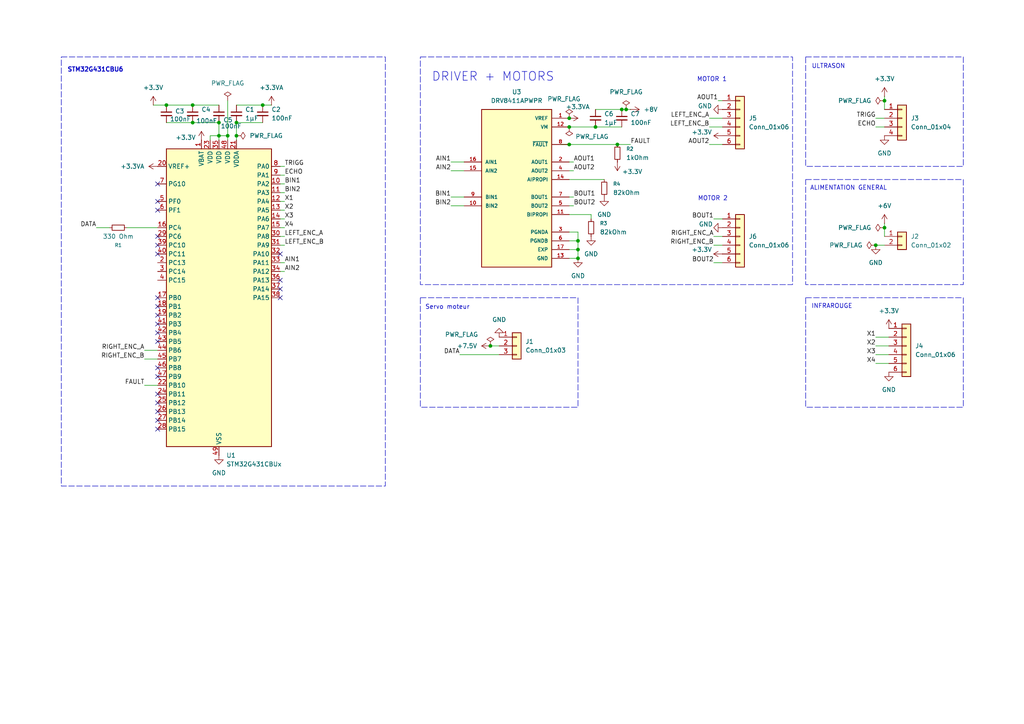
<source format=kicad_sch>
(kicad_sch (version 20250114) (generator "eeschema") (generator_version "9.0")
  (paper "A4")
  (title_block (title "Schématique_SPIP") (date "09/02/2026") (rev "1.1") (company "ENSEA"))
  (lib_symbols
    (symbol "Connector_Generic:Conn_01x02" (pin_names (offset 1.016) (hide yes))
      (property "Reference" "J" (at 0 2.54 0))
      (property "Value" "Conn_01x02" (at 0 -5.08 0))
      (symbol "Conn_01x02_1_1"
        (rectangle (start -1.27 1.27) (end 1.27 -3.81) (stroke (width 0.254)) (fill (type background)))
        (rectangle (start -1.27 0.127) (end 0 -0.127) (stroke (width 0.1524)))
        (rectangle (start -1.27 -2.413) (end 0 -2.667) (stroke (width 0.1524)))
        (pin passive line (at -5.08 0 0) (length 3.81) (name "Pin_1") (number "1"))
        (pin passive line (at -5.08 -2.54 0) (length 3.81) (name "Pin_2") (number "2"))
      )
    )
    (symbol "Connector_Generic:Conn_01x03" (pin_names (offset 1.016) (hide yes))
      (property "Reference" "J" (at 0 5.08 0))
      (property "Value" "Conn_01x03" (at 0 -5.08 0))
      (symbol "Conn_01x03_1_1"
        (rectangle (start -1.27 3.81) (end 1.27 -3.81) (stroke (width 0.254)) (fill (type background)))
        (rectangle (start -1.27 2.667) (end 0 2.413) (stroke (width 0.1524)))
        (rectangle (start -1.27 0.127) (end 0 -0.127) (stroke (width 0.1524)))
        (rectangle (start -1.27 -2.413) (end 0 -2.667) (stroke (width 0.1524)))
        (pin passive line (at -5.08 2.54 0) (length 3.81) (name "Pin_1") (number "1"))
        (pin passive line (at -5.08 0 0) (length 3.81) (name "Pin_2") (number "2"))
        (pin passive line (at -5.08 -2.54 0) (length 3.81) (name "Pin_3") (number "3"))
      )
    )
    (symbol "Connector_Generic:Conn_01x04" (pin_names (offset 1.016) (hide yes))
      (property "Reference" "J" (at 0 5.08 0))
      (property "Value" "Conn_01x04" (at 0 -7.62 0))
      (symbol "Conn_01x04_1_1"
        (rectangle (start -1.27 3.81) (end 1.27 -6.35) (stroke (width 0.254)) (fill (type background)))
        (rectangle (start -1.27 2.667) (end 0 2.413) (stroke (width 0.1524)))
        (rectangle (start -1.27 0.127) (end 0 -0.127) (stroke (width 0.1524)))
        (rectangle (start -1.27 -2.413) (end 0 -2.667) (stroke (width 0.1524)))
        (rectangle (start -1.27 -4.953) (end 0 -5.207) (stroke (width 0.1524)))
        (pin passive line (at -5.08 2.54 0) (length 3.81) (name "Pin_1") (number "1"))
        (pin passive line (at -5.08 0 0) (length 3.81) (name "Pin_2") (number "2"))
        (pin passive line (at -5.08 -2.54 0) (length 3.81) (name "Pin_3") (number "3"))
        (pin passive line (at -5.08 -5.08 0) (length 3.81) (name "Pin_4") (number "4"))
      )
    )
    (symbol "Connector_Generic:Conn_01x06" (pin_names (offset 1.016) (hide yes))
      (property "Reference" "J" (at 0 7.62 0))
      (property "Value" "Conn_01x06" (at 0 -10.16 0))
      (symbol "Conn_01x06_1_1"
        (rectangle (start -1.27 6.35) (end 1.27 -8.89) (stroke (width 0.254)) (fill (type background)))
        (rectangle (start -1.27 5.207) (end 0 4.953) (stroke (width 0.1524)))
        (rectangle (start -1.27 2.667) (end 0 2.413) (stroke (width 0.1524)))
        (rectangle (start -1.27 0.127) (end 0 -0.127) (stroke (width 0.1524)))
        (rectangle (start -1.27 -2.413) (end 0 -2.667) (stroke (width 0.1524)))
        (rectangle (start -1.27 -4.953) (end 0 -5.207) (stroke (width 0.1524)))
        (rectangle (start -1.27 -7.493) (end 0 -7.747) (stroke (width 0.1524)))
        (pin passive line (at -5.08 5.08 0) (length 3.81) (name "Pin_1") (number "1"))
        (pin passive line (at -5.08 2.54 0) (length 3.81) (name "Pin_2") (number "2"))
        (pin passive line (at -5.08 0 0) (length 3.81) (name "Pin_3") (number "3"))
        (pin passive line (at -5.08 -2.54 0) (length 3.81) (name "Pin_4") (number "4"))
        (pin passive line (at -5.08 -5.08 0) (length 3.81) (name "Pin_5") (number "5"))
        (pin passive line (at -5.08 -7.62 0) (length 3.81) (name "Pin_6") (number "6"))
      )
    )
    (symbol "DRV8411A:DRV8411APWPR" (pin_names (offset 1.016))
      (property "Reference" "U" (at -10.16 25.4 0))
      (property "Value" "DRV8411APWPR" (at -10.16 -25.4 0))
      (symbol "DRV8411APWPR_0_0"
        (rectangle (start -10.16 -22.86) (end 10.16 22.86) (stroke (width 0.254)) (fill (type background)))
        (pin input line (at -15.24 7.62 0) (length 5.08) (name "AIN1") (number "16"))
        (pin input line (at -15.24 5.08 0) (length 5.08) (name "AIN2") (number "15"))
        (pin input line (at -15.24 -2.54 0) (length 5.08) (name "BIN1") (number "9"))
        (pin input line (at -15.24 -5.08 0) (length 5.08) (name "BIN2") (number "10"))
        (pin power_in line (at 15.24 20.32 180) (length 5.08) (name "VREF") (number "1"))
        (pin power_in line (at 15.24 17.78 180) (length 5.08) (name "VM") (number "12"))
        (pin output line (at 15.24 12.7 180) (length 5.08) (name "~{FAULT}") (number "8"))
        (pin output line (at 15.24 7.62 180) (length 5.08) (name "AOUT1") (number "2"))
        (pin output line (at 15.24 5.08 180) (length 5.08) (name "AOUT2") (number "4"))
        (pin output line (at 15.24 2.54 180) (length 5.08) (name "AIPROPI") (number "14"))
        (pin output line (at 15.24 -2.54 180) (length 5.08) (name "BOUT1") (number "7"))
        (pin output line (at 15.24 -5.08 180) (length 5.08) (name "BOUT2") (number "5"))
        (pin output line (at 15.24 -7.62 180) (length 5.08) (name "BIPROPI") (number "11"))
        (pin power_in line (at 15.24 -12.7 180) (length 5.08) (name "PGNDA") (number "3"))
        (pin power_in line (at 15.24 -15.24 180) (length 5.08) (name "PGNDB") (number "6"))
        (pin passive line (at 15.24 -17.78 180) (length 5.08) (name "EXP") (number "17"))
        (pin power_in line (at 15.24 -20.32 180) (length 5.08) (name "GND") (number "13"))
      )
    )
    (symbol "Device:C_Small" (pin_numbers (hide yes)) (pin_names (offset 0.254) (hide yes))
      (property "Reference" "C" (at 0.254 1.778 0))
      (property "Value" "C_Small" (at 0.254 -2.032 0))
      (symbol "C_Small_0_1"
        (polyline (pts (xy -1.524 0.508) (xy 1.524 0.508)) (stroke (width 0.3048)))
        (polyline (pts (xy -1.524 -0.508) (xy 1.524 -0.508)) (stroke (width 0.3302)))
      )
      (symbol "C_Small_1_1"
        (pin passive line (at 0 2.54 270) (length 2.032) (name "~") (number "1"))
        (pin passive line (at 0 -2.54 90) (length 2.032) (name "~") (number "2"))
      )
    )
    (symbol "Device:R_Small" (pin_numbers (hide yes)) (pin_names (offset 0.254) (hide yes))
      (property "Reference" "R" (at 0 0 90))
      (property "Value" "R_Small" (at 1.778 0 90))
      (symbol "R_Small_0_1"
        (rectangle (start -0.762 1.778) (end 0.762 -1.778) (stroke (width 0.2032)))
      )
      (symbol "R_Small_1_1"
        (pin passive line (at 0 2.54 270) (length 0.762) (name "~") (number "1"))
        (pin passive line (at 0 -2.54 90) (length 0.762) (name "~") (number "2"))
      )
    )
    (symbol "MCU_ST_STM32G4:STM32G431CBUx"
      (property "Reference" "U" (at -15.24 44.45 0))
      (property "Value" "STM32G431CBUx" (at 7.62 44.45 0))
      (symbol "STM32G431CBUx_0_1"
        (rectangle (start -15.24 -43.18) (end 15.24 43.18) (stroke (width 0.254)) (fill (type background)))
      )
      (symbol "STM32G431CBUx_1_1"
        (pin input line (at -17.78 38.1 0) (length 2.54) (name "VREF+") (number "20"))
        (pin bidirectional line (at -17.78 33.02 0) (length 2.54) (name "PG10") (number "7"))
        (pin bidirectional line (at -17.78 27.94 0) (length 2.54) (name "PF0") (number "5"))
        (pin bidirectional line (at -17.78 25.4 0) (length 2.54) (name "PF1") (number "6"))
        (pin bidirectional line (at -17.78 20.32 0) (length 2.54) (name "PC4") (number "16"))
        (pin bidirectional line (at -17.78 17.78 0) (length 2.54) (name "PC6") (number "29"))
        (pin bidirectional line (at -17.78 15.24 0) (length 2.54) (name "PC10") (number "39"))
        (pin bidirectional line (at -17.78 12.7 0) (length 2.54) (name "PC11") (number "40"))
        (pin bidirectional line (at -17.78 10.16 0) (length 2.54) (name "PC13") (number "2"))
        (pin bidirectional line (at -17.78 7.62 0) (length 2.54) (name "PC14") (number "3"))
        (pin bidirectional line (at -17.78 5.08 0) (length 2.54) (name "PC15") (number "4"))
        (pin bidirectional line (at -17.78 0 0) (length 2.54) (name "PB0") (number "17"))
        (pin bidirectional line (at -17.78 -2.54 0) (length 2.54) (name "PB1") (number "18"))
        (pin bidirectional line (at -17.78 -5.08 0) (length 2.54) (name "PB2") (number "19"))
        (pin bidirectional line (at -17.78 -7.62 0) (length 2.54) (name "PB3") (number "41"))
        (pin bidirectional line (at -17.78 -10.16 0) (length 2.54) (name "PB4") (number "42"))
        (pin bidirectional line (at -17.78 -12.7 0) (length 2.54) (name "PB5") (number "43"))
        (pin bidirectional line (at -17.78 -15.24 0) (length 2.54) (name "PB6") (number "44"))
        (pin bidirectional line (at -17.78 -17.78 0) (length 2.54) (name "PB7") (number "45"))
        (pin bidirectional line (at -17.78 -20.32 0) (length 2.54) (name "PB8") (number "46"))
        (pin bidirectional line (at -17.78 -22.86 0) (length 2.54) (name "PB9") (number "47"))
        (pin bidirectional line (at -17.78 -25.4 0) (length 2.54) (name "PB10") (number "22"))
        (pin bidirectional line (at -17.78 -27.94 0) (length 2.54) (name "PB11") (number "24"))
        (pin bidirectional line (at -17.78 -30.48 0) (length 2.54) (name "PB12") (number "25"))
        (pin bidirectional line (at -17.78 -33.02 0) (length 2.54) (name "PB13") (number "26"))
        (pin bidirectional line (at -17.78 -35.56 0) (length 2.54) (name "PB14") (number "27"))
        (pin bidirectional line (at -17.78 -38.1 0) (length 2.54) (name "PB15") (number "28"))
        (pin power_in line (at -5.08 45.72 270) (length 2.54) (name "VBAT") (number "1"))
        (pin power_in line (at -2.54 45.72 270) (length 2.54) (name "VDD") (number "23"))
        (pin power_in line (at 0 45.72 270) (length 2.54) (name "VDD") (number "35"))
        (pin power_in line (at 0 -45.72 90) (length 2.54) (name "VSS") (number "49"))
        (pin power_in line (at 2.54 45.72 270) (length 2.54) (name "VDD") (number "48"))
        (pin power_in line (at 5.08 45.72 270) (length 2.54) (name "VDDA") (number "21"))
        (pin bidirectional line (at 17.78 38.1 180) (length 2.54) (name "PA0") (number "8"))
        (pin bidirectional line (at 17.78 35.56 180) (length 2.54) (name "PA1") (number "9"))
        (pin bidirectional line (at 17.78 33.02 180) (length 2.54) (name "PA2") (number "10"))
        (pin bidirectional line (at 17.78 30.48 180) (length 2.54) (name "PA3") (number "11"))
        (pin bidirectional line (at 17.78 27.94 180) (length 2.54) (name "PA4") (number "12"))
        (pin bidirectional line (at 17.78 25.4 180) (length 2.54) (name "PA5") (number "13"))
        (pin bidirectional line (at 17.78 22.86 180) (length 2.54) (name "PA6") (number "14"))
        (pin bidirectional line (at 17.78 20.32 180) (length 2.54) (name "PA7") (number "15"))
        (pin bidirectional line (at 17.78 17.78 180) (length 2.54) (name "PA8") (number "30"))
        (pin bidirectional line (at 17.78 15.24 180) (length 2.54) (name "PA9") (number "31"))
        (pin bidirectional line (at 17.78 12.7 180) (length 2.54) (name "PA10") (number "32"))
        (pin bidirectional line (at 17.78 10.16 180) (length 2.54) (name "PA11") (number "33"))
        (pin bidirectional line (at 17.78 7.62 180) (length 2.54) (name "PA12") (number "34"))
        (pin bidirectional line (at 17.78 5.08 180) (length 2.54) (name "PA13") (number "36"))
        (pin bidirectional line (at 17.78 2.54 180) (length 2.54) (name "PA14") (number "37"))
        (pin bidirectional line (at 17.78 0 180) (length 2.54) (name "PA15") (number "38"))
      )
    )
    (symbol "power:+3.3V" (power) (pin_numbers (hide yes)) (pin_names (offset 0) (hide yes))
      (property "Value" "+3.3V" (at 0 3.556 0))
      (symbol "+3.3V_0_1"
        (polyline (pts (xy -0.762 1.27) (xy 0 2.54)))
        (polyline (pts (xy 0 2.54) (xy 0.762 1.27)))
        (polyline (pts (xy 0 0) (xy 0 2.54)))
      )
      (symbol "+3.3V_1_1"
        (pin power_in line (at 0 0 90) (length 0) (name "~") (number "1"))
      )
    )
    (symbol "power:+3.3VA" (power) (pin_numbers (hide yes)) (pin_names (offset 0) (hide yes))
      (property "Value" "+3.3VA" (at 0 3.556 0))
      (symbol "+3.3VA_0_1"
        (polyline (pts (xy -0.762 1.27) (xy 0 2.54)))
        (polyline (pts (xy 0 2.54) (xy 0.762 1.27)))
        (polyline (pts (xy 0 0) (xy 0 2.54)))
      )
      (symbol "+3.3VA_1_1"
        (pin power_in line (at 0 0 90) (length 0) (name "~") (number "1"))
      )
    )
    (symbol "power:+6V" (power) (pin_numbers (hide yes)) (pin_names (offset 0) (hide yes))
      (property "Value" "+6V" (at 0 3.556 0))
      (symbol "+6V_0_1"
        (polyline (pts (xy -0.762 1.27) (xy 0 2.54)))
        (polyline (pts (xy 0 2.54) (xy 0.762 1.27)))
        (polyline (pts (xy 0 0) (xy 0 2.54)))
      )
      (symbol "+6V_1_1"
        (pin power_in line (at 0 0 90) (length 0) (name "~") (number "1"))
      )
    )
    (symbol "power:+7.5V" (power) (pin_numbers (hide yes)) (pin_names (offset 0) (hide yes))
      (property "Value" "+7.5V" (at 0 3.556 0))
      (symbol "+7.5V_0_1"
        (polyline (pts (xy -0.762 1.27) (xy 0 2.54)))
        (polyline (pts (xy 0 2.54) (xy 0.762 1.27)))
        (polyline (pts (xy 0 0) (xy 0 2.54)))
      )
      (symbol "+7.5V_1_1"
        (pin power_in line (at 0 0 90) (length 0) (name "~") (number "1"))
      )
    )
    (symbol "power:+8V" (power) (pin_numbers (hide yes)) (pin_names (offset 0) (hide yes))
      (property "Value" "+8V" (at 0 3.556 0))
      (symbol "+8V_0_1"
        (polyline (pts (xy -0.762 1.27) (xy 0 2.54)))
        (polyline (pts (xy 0 2.54) (xy 0.762 1.27)))
        (polyline (pts (xy 0 0) (xy 0 2.54)))
      )
      (symbol "+8V_1_1"
        (pin power_in line (at 0 0 90) (length 0) (name "~") (number "1"))
      )
    )
    (symbol "power:GND" (power) (pin_numbers (hide yes)) (pin_names (offset 0) (hide yes))
      (property "Value" "GND" (at 0 -3.81 0))
      (symbol "GND_0_1"
        (polyline (pts (xy 0 0) (xy 0 -1.27) (xy 1.27 -1.27) (xy 0 -2.54) (xy -1.27 -1.27) (xy 0 -1.27)))
      )
      (symbol "GND_1_1"
        (pin power_in line (at 0 0 270) (length 0) (name "~") (number "1"))
      )
    )
    (symbol "power:PWR_FLAG" (power) (pin_numbers (hide yes)) (pin_names (offset 0) (hide yes))
      (property "Value" "PWR_FLAG" (at 0 3.81 0))
      (symbol "PWR_FLAG_0_0"
        (pin power_out line (at 0 0 90) (length 0) (name "~") (number "1"))
      )
      (symbol "PWR_FLAG_0_1"
        (polyline (pts (xy 0 0) (xy 0 1.27) (xy -1.016 1.905) (xy 0 2.54) (xy 1.016 1.905) (xy 0 1.27)))
      )
    )
  )
  (rectangle (start 233.68 16.51) (end 279.4 48.26) (stroke (width 0) (type dash)))
  (rectangle (start 121.92 16.51) (end 229.87 82.55) (stroke (width 0) (type dash)))
  (rectangle (start 121.92 86.36) (end 167.64 118.11) (stroke (width 0) (type dash)))
  (rectangle (start 17.78 16.51) (end 111.76 140.97) (stroke (width 0) (type dash)))
  (rectangle (start 233.68 52.07) (end 279.4 82.55) (stroke (width 0) (type dash)))
  (rectangle (start 233.68 86.36) (end 279.4 118.11) (stroke (width 0) (type dash)))
  (text "DRIVER + MOTORS" (at 143.002 22.352 0) (effects (font (size 2.54 2.54))))
  (text "Servo moteur\n" (at 129.794 89.154 0) (effects (font (size 1.27 1.27))))
  (text "STM32G431CBU6" (at 27.686 20.32 0) (effects (font (size 1.27 1.27) (thickness 0.254) (bold yes))))
  (text "MOTOR 1" (at 206.502 23.114 0) (effects (font (size 1.27 1.27))))
  (text "ULTRASON" (at 240.284 19.304 0) (effects (font (size 1.27 1.27))))
  (text "ALIMENTATION GENERAL" (at 246.126 54.61 0) (effects (font (size 1.27 1.27))))
  (text "INFRAROUGE" (at 241.3 88.9 0) (effects (font (size 1.27 1.27))))
  (text "MOTOR 2" (at 206.756 57.658 0) (effects (font (size 1.27 1.27))))
  (junction (at 55.88 35.56))
  (junction (at 165.1 34.29))
  (junction (at 167.64 72.39))
  (junction (at 256.54 66.04))
  (junction (at 68.58 39.37))
  (junction (at 165.1 41.91))
  (junction (at 254 71.12))
  (junction (at 63.5 35.56))
  (junction (at 63.5 39.37))
  (junction (at 256.54 29.21))
  (junction (at 181.61 31.75))
  (junction (at 167.64 74.93))
  (junction (at 48.26 30.48))
  (junction (at 172.72 36.83))
  (junction (at 55.88 30.48))
  (junction (at 142.24 100.33))
  (junction (at 165.1 36.83))
  (junction (at 76.2 30.48))
  (junction (at 68.58 35.56))
  (junction (at 66.04 39.37))
  (junction (at 167.64 69.85))
  (junction (at 180.34 31.75))
  (junction (at 179.07 41.91))
  (no_connect (at 45.72 58.42))
  (no_connect (at 45.72 124.46))
  (no_connect (at 45.72 93.98))
  (no_connect (at 45.72 68.58))
  (no_connect (at 81.28 86.36))
  (no_connect (at 45.72 119.38))
  (no_connect (at 45.72 88.9))
  (no_connect (at 45.72 106.68))
  (no_connect (at 45.72 96.52))
  (no_connect (at 45.72 71.12))
  (no_connect (at 45.72 99.06))
  (no_connect (at 81.28 81.28))
  (no_connect (at 45.72 109.22))
  (no_connect (at 81.28 73.66))
  (no_connect (at 45.72 53.34))
  (no_connect (at 45.72 60.96))
  (no_connect (at 45.72 86.36))
  (no_connect (at 45.72 121.92))
  (no_connect (at 45.72 114.3))
  (no_connect (at 45.72 91.44))
  (no_connect (at 81.28 83.82))
  (no_connect (at 45.72 73.66))
  (no_connect (at 45.72 116.84))
  (wire (pts (xy 166.37 46.99) (xy 165.1 46.99)))
  (wire (pts (xy 181.61 31.75) (xy 182.88 31.75)))
  (wire (pts (xy 254 34.29) (xy 256.54 34.29)))
  (wire (pts (xy 68.58 30.48) (xy 76.2 30.48)))
  (wire (pts (xy 63.5 39.37) (xy 63.5 40.64)))
  (wire (pts (xy 82.55 55.88) (xy 81.28 55.88)))
  (wire (pts (xy 165.1 69.85) (xy 167.64 69.85)))
  (wire (pts (xy 82.55 53.34) (xy 81.28 53.34)))
  (wire (pts (xy 165.1 36.83) (xy 172.72 36.83)))
  (wire (pts (xy 207.01 76.2) (xy 209.55 76.2)))
  (wire (pts (xy 208.28 29.21) (xy 209.55 29.21)))
  (wire (pts (xy 254 100.33) (xy 257.81 100.33)))
  (wire (pts (xy 165.1 62.23) (xy 171.45 62.23)))
  (wire (pts (xy 167.64 74.93) (xy 165.1 74.93)))
  (wire (pts (xy 130.81 49.53) (xy 134.62 49.53)))
  (wire (pts (xy 205.74 34.29) (xy 209.55 34.29)))
  (wire (pts (xy 207.01 63.5) (xy 209.55 63.5)))
  (wire (pts (xy 166.37 57.15) (xy 165.1 57.15)))
  (wire (pts (xy 175.26 52.07) (xy 165.1 52.07)))
  (wire (pts (xy 207.01 68.58) (xy 209.55 68.58)))
  (wire (pts (xy 166.37 49.53) (xy 165.1 49.53)))
  (wire (pts (xy 55.88 30.48) (xy 63.5 30.48)))
  (wire (pts (xy 133.35 102.87) (xy 144.78 102.87)))
  (wire (pts (xy 82.55 48.26) (xy 81.28 48.26)))
  (wire (pts (xy 165.1 72.39) (xy 167.64 72.39)))
  (wire (pts (xy 130.81 59.69) (xy 134.62 59.69)))
  (wire (pts (xy 82.55 71.12) (xy 81.28 71.12)))
  (wire (pts (xy 41.91 111.76) (xy 45.72 111.76)))
  (wire (pts (xy 66.04 39.37) (xy 63.5 39.37)))
  (wire (pts (xy 66.04 29.21) (xy 66.04 39.37)))
  (wire (pts (xy 254 105.41) (xy 257.81 105.41)))
  (wire (pts (xy 182.88 41.91) (xy 179.07 41.91)))
  (wire (pts (xy 44.45 30.48) (xy 48.26 30.48)))
  (wire (pts (xy 162.56 41.91) (xy 165.1 41.91)))
  (wire (pts (xy 82.55 78.74) (xy 81.28 78.74)))
  (wire (pts (xy 31.75 66.04) (xy 27.94 66.04)))
  (wire (pts (xy 172.72 36.83) (xy 180.34 36.83)))
  (wire (pts (xy 167.64 67.31) (xy 167.64 69.85)))
  (wire (pts (xy 82.55 60.96) (xy 81.28 60.96)))
  (wire (pts (xy 130.81 57.15) (xy 134.62 57.15)))
  (wire (pts (xy 82.55 58.42) (xy 81.28 58.42)))
  (wire (pts (xy 60.96 39.37) (xy 63.5 39.37)))
  (wire (pts (xy 205.74 36.83) (xy 209.55 36.83)))
  (wire (pts (xy 41.91 104.14) (xy 45.72 104.14)))
  (wire (pts (xy 254 71.12) (xy 256.54 71.12)))
  (wire (pts (xy 76.2 30.48) (xy 78.74 30.48)))
  (wire (pts (xy 256.54 66.04) (xy 256.54 68.58)))
  (wire (pts (xy 180.34 31.75) (xy 181.61 31.75)))
  (wire (pts (xy 256.54 29.21) (xy 256.54 31.75)))
  (wire (pts (xy 254 102.87) (xy 257.81 102.87)))
  (wire (pts (xy 68.58 35.56) (xy 68.58 39.37)))
  (wire (pts (xy 167.64 69.85) (xy 167.64 72.39)))
  (wire (pts (xy 82.55 63.5) (xy 81.28 63.5)))
  (wire (pts (xy 166.37 59.69) (xy 165.1 59.69)))
  (wire (pts (xy 171.45 62.23) (xy 171.45 63.5)))
  (wire (pts (xy 68.58 35.56) (xy 76.2 35.56)))
  (wire (pts (xy 179.07 41.91) (xy 165.1 41.91)))
  (wire (pts (xy 207.01 71.12) (xy 209.55 71.12)))
  (wire (pts (xy 55.88 35.56) (xy 63.5 35.56)))
  (wire (pts (xy 142.24 100.33) (xy 144.78 100.33)))
  (wire (pts (xy 167.64 72.39) (xy 167.64 74.93)))
  (wire (pts (xy 48.26 30.48) (xy 55.88 30.48)))
  (wire (pts (xy 60.96 40.64) (xy 60.96 39.37)))
  (wire (pts (xy 82.55 76.2) (xy 81.28 76.2)))
  (wire (pts (xy 45.72 66.04) (xy 36.83 66.04)))
  (wire (pts (xy 63.5 35.56) (xy 63.5 39.37)))
  (wire (pts (xy 41.91 101.6) (xy 45.72 101.6)))
  (wire (pts (xy 130.81 46.99) (xy 134.62 46.99)))
  (wire (pts (xy 254 97.79) (xy 257.81 97.79)))
  (wire (pts (xy 205.74 41.91) (xy 209.55 41.91)))
  (wire (pts (xy 82.55 66.04) (xy 81.28 66.04)))
  (wire (pts (xy 172.72 31.75) (xy 180.34 31.75)))
  (wire (pts (xy 254 36.83) (xy 256.54 36.83)))
  (wire (pts (xy 82.55 68.58) (xy 81.28 68.58)))
  (wire (pts (xy 66.04 40.64) (xy 66.04 39.37)))
  (wire (pts (xy 256.54 64.77) (xy 256.54 66.04)))
  (wire (pts (xy 256.54 27.94) (xy 256.54 29.21)))
  (wire (pts (xy 165.1 67.31) (xy 167.64 67.31)))
  (wire (pts (xy 68.58 39.37) (xy 68.58 40.64)))
  (wire (pts (xy 48.26 35.56) (xy 55.88 35.56)))
  (wire (pts (xy 82.55 50.8) (xy 81.28 50.8)))
  (label "RIGHT_ENC_B" (at 41.91 104.14 180))
  (label "AIN1" (at 82.55 76.2 0))
  (label "LEFT_ENC_B" (at 82.55 71.12 0))
  (label "BOUT1" (at 166.37 57.15 0))
  (label "BOUT2" (at 207.01 76.2 180))
  (label "RIGHT_ENC_B" (at 207.01 71.12 180))
  (label "BIN2" (at 130.81 59.69 180))
  (label "BOUT2" (at 166.37 59.69 0))
  (label "FAULT" (at 182.88 41.91 0))
  (label "X4" (at 254 105.41 180))
  (label "TRIGG" (at 82.55 48.26 0))
  (label "AIN2" (at 82.55 78.74 0))
  (label "ECHO" (at 82.55 50.8 0))
  (label "RIGHT_ENC_A" (at 207.01 68.58 180))
  (label "AIN2" (at 130.81 49.53 180))
  (label "AIN1" (at 130.81 46.99 180))
  (label "X2" (at 82.55 60.96 0))
  (label "X1" (at 254 97.79 180))
  (label "TRIGG" (at 254 34.29 180))
  (label "DATA" (at 133.35 102.87 180))
  (label "LEFT_ENC_A" (at 82.55 68.58 0))
  (label "BIN1" (at 130.81 57.15 180))
  (label "X1" (at 82.55 58.42 0))
  (label "DATA" (at 27.94 66.04 180))
  (label "LEFT_ENC_A" (at 205.74 34.29 180))
  (label "X4" (at 82.55 66.04 0))
  (label "BOUT1" (at 207.01 63.5 180))
  (label "AOUT2" (at 166.37 49.53 0))
  (label "AOUT2" (at 205.74 41.91 180))
  (label "AOUT1" (at 208.28 29.21 180))
  (label "FAULT" (at 41.91 111.76 180))
  (label "LEFT_ENC_B" (at 205.74 36.83 180))
  (label "X2" (at 254 100.33 180))
  (label "X3" (at 82.55 63.5 0))
  (label "ECHO" (at 254 36.83 180))
  (label "BIN2" (at 82.55 55.88 0))
  (label "BIN1" (at 82.55 53.34 0))
  (label "RIGHT_ENC_A" (at 41.91 101.6 180))
  (label "AOUT1" (at 166.37 46.99 0))
  (label "X3" (at 254 102.87 180))
  (symbol (lib_id "MCU_ST_STM32G4:STM32G431CBUx") (at 63.5 86.36 0) (unit 1)
    (property "Reference" "U1" (at 65.6433 132.08 0) (effects (justify left)))
    (property "Value" "STM32G431CBUx" (at 65.6433 134.62 0) (effects (justify left)))
    (property "Footprint" "Package_DFN_QFN:QFN-48-1EP_7x7mm_P0.5mm_EP5.6x5.6mm" (effects (hide yes)))
    (property "Datasheet" "https://www.st.com/resource/en/datasheet/stm32g431cb.pdf" (effects (hide yes)))
    (property "Description" "STMicroelectronics Arm Cortex-M4 MCU, 128KB flash, 32KB RAM, 170 MHz, 1.71-3.6V, 42 GPIO, UFQFPN48" (effects (hide yes)))
  )
  (symbol (lib_id "power:PWR_FLAG") (at 66.04 29.21 0) (unit 1)
    (property "Reference" "#FLG09" (effects (hide yes)))
    (property "Value" "PWR_FLAG" (at 66.04 24.13 0))
    (property "Description" "Special symbol for telling ERC where power comes from" (effects (hide yes)))
  )
  (symbol (lib_id "Connector_Generic:Conn_01x06") (at 214.63 68.58 0) (unit 1)
    (property "Reference" "J6" (at 217.17 68.5799 0) (effects (justify left)))
    (property "Value" "Conn_01x06" (at 217.17 71.1199 0) (effects (justify left)))
    (property "Description" "Generic connector, single row, 01x06, script generated (kicad-library-utils/schlib/autogen/connector/)" (effects (hide yes)))
  )
  (symbol (lib_id "power:PWR_FLAG") (at 256.54 66.04 90) (unit 1)
    (property "Reference" "#FLG02" (effects (hide yes)))
    (property "Value" "PWR_FLAG" (at 252.73 66.0399 90) (effects (justify left)))
    (property "Description" "Special symbol for telling ERC where power comes from" (effects (hide yes)))
  )
  (symbol (lib_id "power:GND") (at 254 71.12 0) (unit 1)
    (property "Reference" "#PWR02" (effects (hide yes)))
    (property "Value" "GND" (at 254 76.2 0))
    (property "Description" "Power symbol creates a global label with name \"GND\" , ground" (effects (hide yes)))
  )
  (symbol (lib_id "Device:C_Small") (at 180.34 34.29 0) (unit 1)
    (property "Reference" "C7" (at 182.88 33.0262 0) (effects (justify left)))
    (property "Value" "100nF" (at 182.88 35.5662 0) (effects (justify left)))
    (property "Description" "Unpolarized capacitor, small symbol" (effects (hide yes)))
  )
  (symbol (lib_id "power:+6V") (at 256.54 64.77 0) (unit 1)
    (property "Reference" "#PWR01" (effects (hide yes)))
    (property "Value" "+6V" (at 256.54 59.69 0))
    (property "Description" "Power symbol creates a global label with name \"+6V\"" (effects (hide yes)))
  )
  (symbol (lib_id "power:+3.3V") (at 257.81 95.25 0) (unit 1)
    (property "Reference" "#PWR011" (effects (hide yes)))
    (property "Value" "+3.3V" (at 257.81 90.17 0))
    (property "Description" "Power symbol creates a global label with name \"+3.3V\"" (effects (hide yes)))
  )
  (symbol (lib_id "Connector_Generic:Conn_01x06") (at 262.89 100.33 0) (unit 1)
    (property "Reference" "J4" (at 265.43 100.3299 0) (effects (justify left)))
    (property "Value" "Conn_01x06" (at 265.43 102.8699 0) (effects (justify left)))
    (property "Description" "Generic connector, single row, 01x06, script generated (kicad-library-utils/schlib/autogen/connector/)" (effects (hide yes)))
  )
  (symbol (lib_id "power:PWR_FLAG") (at 254 71.12 90) (unit 1)
    (property "Reference" "#FLG03" (effects (hide yes)))
    (property "Value" "PWR_FLAG" (at 250.19 71.1199 90) (effects (justify left)))
    (property "Description" "Special symbol for telling ERC where power comes from" (effects (hide yes)))
  )
  (symbol (lib_id "power:PWR_FLAG") (at 165.1 34.29 0) (unit 1)
    (property "Reference" "#FLG06" (effects (hide yes)))
    (property "Value" "PWR_FLAG" (at 163.576 28.702 0))
    (property "Description" "Special symbol for telling ERC where power comes from" (effects (hide yes)))
  )
  (symbol (lib_id "power:+3.3V") (at 209.55 73.66 90) (unit 1)
    (property "Reference" "#PWR012" (effects (hide yes)))
    (property "Value" "+3.3V" (at 206.502 72.39 90) (effects (justify left)))
    (property "Description" "Power symbol creates a global label with name \"+3.3V\"" (effects (hide yes)))
  )
  (symbol (lib_id "power:+3.3V") (at 44.45 30.48 0) (unit 1)
    (property "Reference" "#PWR08" (effects (hide yes)))
    (property "Value" "+3.3V" (at 44.45 25.4 0))
    (property "Description" "Power symbol creates a global label with name \"+3.3V\"" (effects (hide yes)))
  )
  (symbol (lib_id "Device:C_Small") (at 76.2 33.02 0) (unit 1)
    (property "Reference" "C2" (at 78.74 31.7562 0) (effects (justify left)))
    (property "Value" "100nF" (at 78.74 34.2962 0) (effects (justify left)))
    (property "Description" "Unpolarized capacitor, small symbol" (effects (hide yes)))
  )
  (symbol (lib_id "power:GND") (at 257.81 107.95 0) (unit 1)
    (property "Reference" "#PWR06" (effects (hide yes)))
    (property "Value" "GND" (at 257.81 113.03 0))
    (property "Description" "Power symbol creates a global label with name \"GND\" , ground" (effects (hide yes)))
  )
  (symbol (lib_id "Device:C_Small") (at 55.88 33.02 0) (unit 1)
    (property "Reference" "C4" (at 58.42 31.7562 0) (effects (justify left)))
    (property "Value" "100nF" (at 56.896 35.052 0) (effects (justify left)))
    (property "Description" "Unpolarized capacitor, small symbol" (effects (hide yes)))
  )
  (symbol (lib_id "Device:R_Small") (at 175.26 54.61 0) (unit 1)
    (property "Reference" "R4" (at 177.8 53.3399 0) (effects (font (size 1.016 1.016)) (justify left)))
    (property "Value" "82kOhm" (at 177.8 55.8799 0) (effects (justify left)))
    (property "Description" "Resistor, small symbol" (effects (hide yes)))
  )
  (symbol (lib_id "power:+3.3VA") (at 165.1 34.29 270) (unit 1)
    (property "Reference" "#PWR023" (effects (hide yes)))
    (property "Value" "+3.3VA" (at 164.084 30.988 90) (effects (justify left)))
    (property "Description" "Power symbol creates a global label with name \"+3.3VA\"" (effects (hide yes)))
  )
  (symbol (lib_id "power:GND") (at 63.5 132.08 0) (unit 1)
    (property "Reference" "#PWR014" (effects (hide yes)))
    (property "Value" "GND" (at 63.5 137.16 0))
    (property "Description" "Power symbol creates a global label with name \"GND\" , ground" (effects (hide yes)))
  )
  (symbol (lib_id "power:GND") (at 209.55 66.04 270) (unit 1)
    (property "Reference" "#PWR05" (effects (hide yes)))
    (property "Value" "GND" (at 204.724 65.024 90))
    (property "Description" "Power symbol creates a global label with name \"GND\" , ground" (effects (hide yes)))
  )
  (symbol (lib_id "Device:C_Small") (at 63.5 33.02 0) (unit 1)
    (property "Reference" "C5" (at 64.77 34.798 0) (effects (justify left)))
    (property "Value" "100nF" (at 64.008 36.576 0) (effects (justify left)))
    (property "Description" "Unpolarized capacitor, small symbol" (effects (hide yes)))
  )
  (symbol (lib_id "Connector_Generic:Conn_01x04") (at 261.62 34.29 0) (unit 1)
    (property "Reference" "J3" (at 264.16 34.2899 0) (effects (justify left)))
    (property "Value" "Conn_01x04" (at 264.16 36.8299 0) (effects (justify left)))
    (property "Description" "Generic connector, single row, 01x04, script generated (kicad-library-utils/schlib/autogen/connector/)" (effects (hide yes)))
  )
  (symbol (lib_id "power:PWR_FLAG") (at 142.24 100.33 0) (unit 1)
    (property "Reference" "#FLG05" (effects (hide yes)))
    (property "Value" "PWR_FLAG" (at 133.858 97.028 0))
    (property "Description" "Special symbol for telling ERC where power comes from" (effects (hide yes)))
  )
  (symbol (lib_id "power:GND") (at 167.64 74.93 0) (unit 1)
    (property "Reference" "#PWR07" (effects (hide yes)))
    (property "Value" "GND" (at 167.64 80.01 0))
    (property "Description" "Power symbol creates a global label with name \"GND\" , ground" (effects (hide yes)))
  )
  (symbol (lib_id "power:PWR_FLAG") (at 165.1 36.83 180) (unit 1)
    (property "Reference" "#FLG07" (effects (hide yes)))
    (property "Value" "PWR_FLAG" (at 171.704 39.624 0))
    (property "Description" "Special symbol for telling ERC where power comes from" (effects (hide yes)))
  )
  (symbol (lib_id "power:GND") (at 171.45 68.58 0) (unit 1)
    (property "Reference" "#PWR018" (effects (hide yes)))
    (property "Value" "GND" (at 171.45 73.66 0))
    (property "Description" "Power symbol creates a global label with name \"GND\" , ground" (effects (hide yes)))
  )
  (symbol (lib_id "power:GND") (at 175.26 57.15 0) (unit 1)
    (property "Reference" "#PWR020" (effects (hide yes)))
    (property "Value" "GND" (at 175.26 62.23 0))
    (property "Description" "Power symbol creates a global label with name \"GND\" , ground" (effects (hide yes)))
  )
  (symbol (lib_id "DRV8411A:DRV8411APWPR") (at 149.86 54.61 0) (unit 1)
    (property "Reference" "U3" (at 149.86 26.67 0))
    (property "Value" "DRV8411APWPR" (at 149.86 29.21 0))
    (property "Footprint" "DRV8411APWPR:IC_DRV8411APWPR" (effects (hide yes)))
    (property "Datasheet" "https://github.com/DBXYD/2526_Projet1AB_SPIP/blob/master/Datasheets/Driver_DATASHEET.pdf" (effects (hide yes)))
    (property "MF" "Texas Instruments" (effects (hide yes)))
    (property "MAXIMUM_PACKAGE_HEIGHT" "1.20mm" (effects (hide yes)))
    (property "Package" "TSSOP-16 MICROSS/On Semiconductor" (effects (hide yes)))
    (property "Price" "None" (effects (hide yes)))
    (property "Check_prices" "https://www.snapeda.com/parts/DRV8411APWPR/Texas+Instruments/view-part/?ref=eda" (effects (hide yes)))
    (property "STANDARD" "Manufacturer Recommendations" (effects (hide yes)))
    (property "PARTREV" "A" (effects (hide yes)))
    (property "SnapEDA_Link" "https://www.snapeda.com/parts/DRV8411APWPR/Texas+Instruments/view-part/?ref=snap" (effects (hide yes)))
    (property "MP" "DRV8411APWPR" (effects (hide yes)))
    (property "Description_1" "1.65-V to 11-V, 4-A dual H-bridge motor driver with IPROPI current regulation" (effects (hide yes)))
    (property "Availability" "In Stock" (effects (hide yes)))
    (property "MANUFACTURER" "Texas Instruments" (effects (hide yes)))
  )
  (symbol (lib_id "power:+3.3V") (at 209.55 39.37 90) (unit 1)
    (property "Reference" "#PWR013" (effects (hide yes)))
    (property "Value" "+3.3V" (at 206.502 38.354 90) (effects (justify left)))
    (property "Description" "Power symbol creates a global label with name \"+3.3V\"" (effects (hide yes)))
  )
  (symbol (lib_id "power:PWR_FLAG") (at 181.61 31.75 0) (unit 1)
    (property "Reference" "#FLG04" (effects (hide yes)))
    (property "Value" "PWR_FLAG" (at 181.61 26.67 0))
    (property "Description" "Special symbol for telling ERC where power comes from" (effects (hide yes)))
  )
  (symbol (lib_id "power:PWR_FLAG") (at 256.54 29.21 90) (unit 1)
    (property "Reference" "#FLG01" (effects (hide yes)))
    (property "Value" "PWR_FLAG" (at 252.73 29.2099 90) (effects (justify left)))
    (property "Description" "Special symbol for telling ERC where power comes from" (effects (hide yes)))
  )
  (symbol (lib_id "power:+3.3V") (at 256.54 27.94 0) (unit 1)
    (property "Reference" "#PWR010" (effects (hide yes)))
    (property "Value" "+3.3V" (at 256.54 22.86 0))
    (property "Description" "Power symbol creates a global label with name \"+3.3V\"" (effects (hide yes)))
  )
  (symbol (lib_id "Device:R_Small") (at 171.45 66.04 0) (unit 1)
    (property "Reference" "R3" (at 173.99 64.7699 0) (effects (font (size 1.016 1.016)) (justify left)))
    (property "Value" "82kOhm" (at 173.99 67.3099 0) (effects (justify left)))
    (property "Description" "Resistor, small symbol" (effects (hide yes)))
  )
  (symbol (lib_id "power:GND") (at 144.78 97.79 180) (unit 1)
    (property "Reference" "#PWR015" (effects (hide yes)))
    (property "Value" "GND" (at 144.78 92.71 0))
    (property "Description" "Power symbol creates a global label with name \"GND\" , ground" (effects (hide yes)))
  )
  (symbol (lib_id "power:+8V") (at 182.88 31.75 270) (unit 1)
    (property "Reference" "#PWR021" (effects (hide yes)))
    (property "Value" "+8V" (at 186.69 31.7499 90) (effects (justify left)))
    (property "Description" "Power symbol creates a global label with name \"+8V\"" (effects (hide yes)))
  )
  (symbol (lib_id "Connector_Generic:Conn_01x06") (at 214.63 34.29 0) (unit 1)
    (property "Reference" "J5" (at 217.17 34.2899 0) (effects (justify left)))
    (property "Value" "Conn_01x06" (at 217.17 36.8299 0) (effects (justify left)))
    (property "Description" "Generic connector, single row, 01x06, script generated (kicad-library-utils/schlib/autogen/connector/)" (effects (hide yes)))
  )
  (symbol (lib_id "Device:R_Small") (at 34.29 66.04 270) (unit 1)
    (property "Reference" "R1" (at 34.29 71.12 90) (effects (font (size 1.016 1.016))))
    (property "Value" "330 Ohm" (at 34.29 68.58 90))
    (property "Description" "Resistor, small symbol" (effects (hide yes)))
  )
  (symbol (lib_id "Device:C_Small") (at 172.72 34.29 0) (unit 1)
    (property "Reference" "C6" (at 175.26 33.0262 0) (effects (justify left)))
    (property "Value" "1µF" (at 175.26 35.5662 0) (effects (justify left)))
    (property "Description" "Unpolarized capacitor, small symbol" (effects (hide yes)))
  )
  (symbol (lib_id "power:PWR_FLAG") (at 68.58 39.37 270) (unit 1)
    (property "Reference" "#FLG08" (effects (hide yes)))
    (property "Value" "PWR_FLAG" (at 72.39 39.3699 90) (effects (justify left)))
    (property "Description" "Special symbol for telling ERC where power comes from" (effects (hide yes)))
  )
  (symbol (lib_id "power:+7.5V") (at 142.24 100.33 90) (unit 1)
    (property "Reference" "#PWR016" (effects (hide yes)))
    (property "Value" "+7.5V" (at 138.43 100.3299 90) (effects (justify left)))
    (property "Description" "Power symbol creates a global label with name \"+7.5V\"" (effects (hide yes)))
  )
  (symbol (lib_id "Device:C_Small") (at 68.58 33.02 0) (unit 1)
    (property "Reference" "C1" (at 71.12 31.7562 0) (effects (justify left)))
    (property "Value" "1µF" (at 71.12 34.2962 0) (effects (justify left)))
    (property "Description" "Unpolarized capacitor, small symbol" (effects (hide yes)))
  )
  (symbol (lib_id "Device:C_Small") (at 48.26 33.02 0) (unit 1)
    (property "Reference" "C3" (at 50.8 32.258 0) (effects (justify left)))
    (property "Value" "100nF" (at 49.276 34.544 0) (effects (justify left)))
    (property "Description" "Unpolarized capacitor, small symbol" (effects (hide yes)))
  )
  (symbol (lib_id "power:+3.3VA") (at 78.74 30.48 0) (unit 1)
    (property "Reference" "#PWR09" (effects (hide yes)))
    (property "Value" "+3.3VA" (at 78.74 25.4 0))
    (property "Description" "Power symbol creates a global label with name \"+3.3VA\"" (effects (hide yes)))
  )
  (symbol (lib_id "power:+3.3VA") (at 45.72 48.26 90) (unit 1)
    (property "Reference" "#PWR025" (effects (hide yes)))
    (property "Value" "+3.3VA" (at 41.91 48.2599 90) (effects (justify left)))
    (property "Description" "Power symbol creates a global label with name \"+3.3VA\"" (effects (hide yes)))
  )
  (symbol (lib_id "power:GND") (at 209.55 31.75 270) (unit 1)
    (property "Reference" "#PWR04" (effects (hide yes)))
    (property "Value" "GND" (at 204.47 30.734 90))
    (property "Description" "Power symbol creates a global label with name \"GND\" , ground" (effects (hide yes)))
  )
  (symbol (lib_id "power:+3.3V") (at 58.42 40.64 0) (unit 1)
    (property "Reference" "#PWR024" (effects (hide yes)))
    (property "Value" "+3.3V" (at 53.848 39.878 0))
    (property "Description" "Power symbol creates a global label with name \"+3.3V\"" (effects (hide yes)))
  )
  (symbol (lib_id "Connector_Generic:Conn_01x02") (at 261.62 68.58 0) (unit 1)
    (property "Reference" "J2" (at 264.16 68.5799 0) (effects (justify left)))
    (property "Value" "Conn_01x02" (at 264.16 71.1199 0) (effects (justify left)))
    (property "Description" "Generic connector, single row, 01x02, script generated (kicad-library-utils/schlib/autogen/connector/)" (effects (hide yes)))
  )
  (symbol (lib_id "power:+3.3V") (at 179.07 46.99 180) (unit 1)
    (property "Reference" "#PWR022" (effects (hide yes)))
    (property "Value" "+3.3V" (at 183.388 49.784 0))
    (property "Description" "Power symbol creates a global label with name \"+3.3V\"" (effects (hide yes)))
  )
  (symbol (lib_id "power:GND") (at 256.54 39.37 0) (unit 1)
    (property "Reference" "#PWR03" (effects (hide yes)))
    (property "Value" "GND" (at 256.54 44.45 0))
    (property "Description" "Power symbol creates a global label with name \"GND\" , ground" (effects (hide yes)))
  )
  (symbol (lib_id "Connector_Generic:Conn_01x03") (at 149.86 100.33 0) (unit 1)
    (property "Reference" "J1" (at 152.4 99.0599 0) (effects (justify left)))
    (property "Value" "Conn_01x03" (at 152.4 101.5999 0) (effects (justify left)))
    (property "Description" "Generic connector, single row, 01x03, script generated (kicad-library-utils/schlib/autogen/connector/)" (effects (hide yes)))
  )
  (symbol (lib_id "Device:R_Small") (at 179.07 44.45 0) (unit 1)
    (property "Reference" "R2" (at 181.61 43.1799 0) (effects (font (size 1.016 1.016)) (justify left)))
    (property "Value" "1kOhm" (at 181.61 45.7199 0) (effects (justify left)))
    (property "Description" "Resistor, small symbol" (effects (hide yes)))
  )
)
</source>
